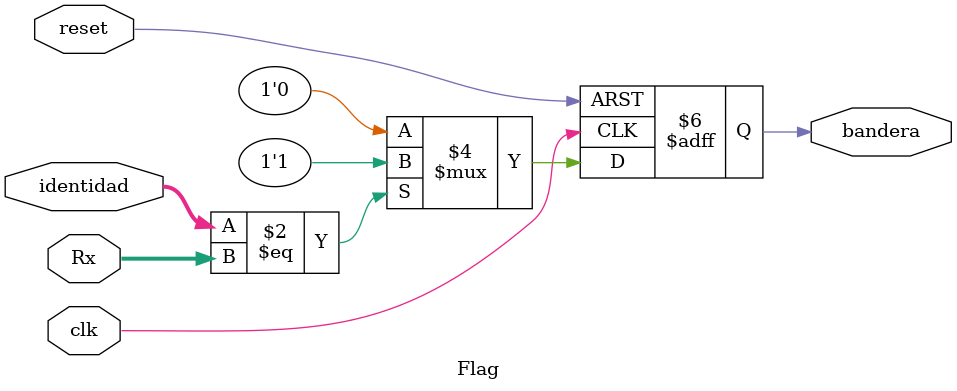
<source format=v>
`timescale 1ns / 1ps
module Flag(
		input [1:0]Rx,
		input clk, 
		input reset,
		input [1:0] identidad, 
		output reg bandera
    );
	 
	 always@(posedge clk, posedge reset)
	 	begin
			if (reset)
				bandera<=0;
			else 
				if(identidad == Rx)
					bandera<=1;
				else
					bandera<=0;
		end


endmodule

</source>
